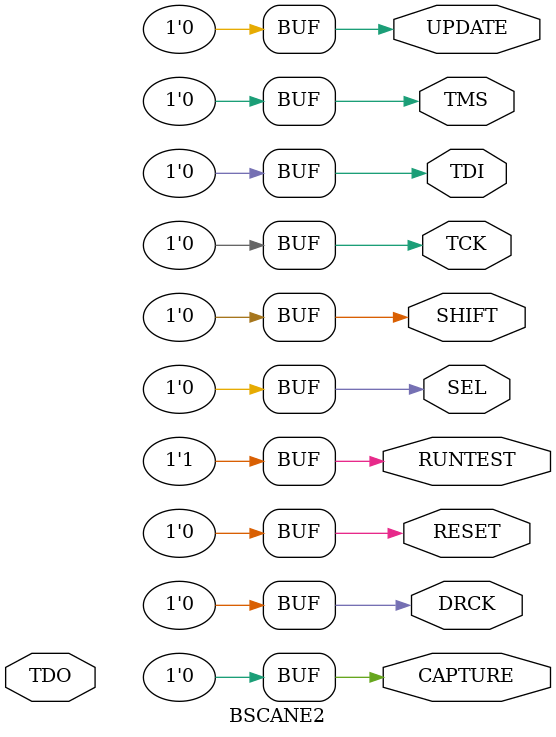
<source format=v>
module BSCANE2 (
  output CAPTURE,
  output DRCK,
  output RESET,
  output RUNTEST,
  output SEL,
  output SHIFT,
  output TCK,
  output TDI,
  output TMS,
  output UPDATE,

  input TDO
);

  parameter integer JTAG_CHAIN = 1;

  assign CAPTURE = 0;
  assign DRCK = 0;
  assign RESET = 0;
  assign RUNTEST = 1;
  assign SEL = 0;
  assign SHIFT = 0;
  assign TCK = 0;
  assign TDI = 0;
  assign TMS = 0;
  assign UPDATE = 0;
endmodule

</source>
